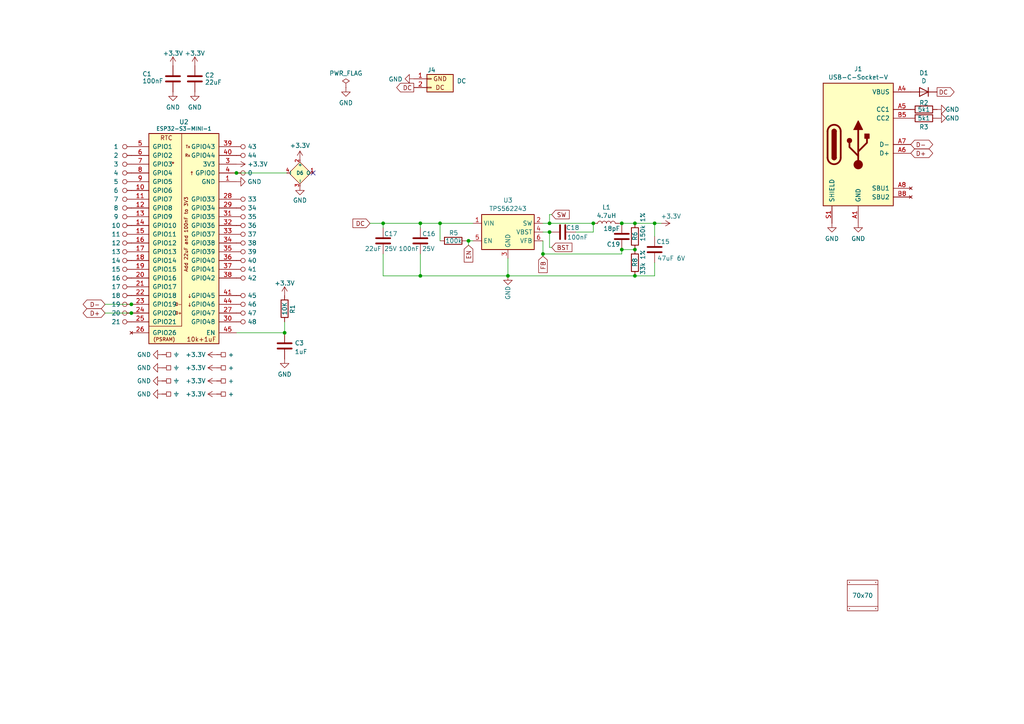
<source format=kicad_sch>
(kicad_sch (version 20250114) (generator "eeschema") (generator_version "9.0")
  (paper "A4")
  (title_block (title "Generic S3") (rev "1") (comment 1 "@TheRealRevK") (comment 2 "www.me.uk"))
  (lib_symbols
    (symbol "Device:C" (pin_numbers (hide yes)) (pin_names (offset 0.254))
      (property "Reference" "C" (at 0.635 2.54 0))
      (property "Value" "C" (at 0.635 -2.54 0))
      (symbol "C_0_1"
        (polyline (pts (xy -2.032 0.762) (xy 2.032 0.762)) (stroke (width 0.508)))
        (polyline (pts (xy -2.032 -0.762) (xy 2.032 -0.762)) (stroke (width 0.508)))
      )
      (symbol "C_1_1"
        (pin passive line (at 0 3.81 270) (length 2.794) (name "~") (number "1"))
        (pin passive line (at 0 -3.81 90) (length 2.794) (name "~") (number "2"))
      )
    )
    (symbol "Device:D" (pin_numbers (hide yes)) (pin_names (offset 1.016) (hide yes))
      (property "Reference" "D" (at 0 2.54 0))
      (property "Value" "D" (at 0 -2.54 0))
      (symbol "D_0_1"
        (polyline (pts (xy -1.27 1.27) (xy -1.27 -1.27)) (stroke (width 0.254)))
        (polyline (pts (xy 1.27 1.27) (xy 1.27 -1.27) (xy -1.27 0) (xy 1.27 1.27)) (stroke (width 0.254)))
        (polyline (pts (xy 1.27 0) (xy -1.27 0)))
      )
      (symbol "D_1_1"
        (pin passive line (at -3.81 0 0) (length 2.54) (name "K") (number "1"))
        (pin passive line (at 3.81 0 180) (length 2.54) (name "A") (number "2"))
      )
    )
    (symbol "Device:L" (pin_numbers (hide yes)) (pin_names (offset 1.016) (hide yes))
      (property "Reference" "L" (at -1.27 0 90))
      (property "Value" "L" (at 1.905 0 90))
      (symbol "L_0_1"
        (arc (start 0 2.54) (mid 0.6323 1.905) (end 0 1.27))
        (arc (start 0 1.27) (mid 0.6323 0.635) (end 0 0))
        (arc (start 0 0) (mid 0.6323 -0.635) (end 0 -1.27))
        (arc (start 0 -1.27) (mid 0.6323 -1.905) (end 0 -2.54))
      )
      (symbol "L_1_1"
        (pin passive line (at 0 3.81 270) (length 1.27) (name "1") (number "1"))
        (pin passive line (at 0 -3.81 90) (length 1.27) (name "2") (number "2"))
      )
    )
    (symbol "Device:R" (pin_numbers (hide yes)) (pin_names (offset 0))
      (property "Reference" "R" (at 2.032 0 90))
      (property "Value" "R" (at 0 0 90))
      (symbol "R_0_1"
        (rectangle (start -1.016 -2.54) (end 1.016 2.54) (stroke (width 0.254)))
      )
      (symbol "R_1_1"
        (pin passive line (at 0 3.81 270) (length 1.27) (name "~") (number "1"))
        (pin passive line (at 0 -3.81 90) (length 1.27) (name "~") (number "2"))
      )
    )
    (symbol "RevK:ESP32-S3-MINI-1-N4R2" (pin_names (offset 1.016))
      (property "Reference" "U" (at 9.525 28.575 0))
      (property "Value" "ESP32-S3-MINI-1-N4R2" (at 0 31.115 0))
      (symbol "ESP32-S3-MINI-1-N4R2_0_0"
        (rectangle (start -10.16 30.48) (end 10.16 -30.48) (stroke (width 0.254)) (fill (type background)))
      )
      (symbol "ESP32-S3-MINI-1-N4R2_1_1"
        (polyline (pts (xy -10.16 -25.4) (xy -0.635 -25.4)))
        (polyline (pts (xy -0.635 30.48) (xy -0.635 -25.4)))
        (text "(PSRAM)" (at -5.715 -29.21 0) (effects (font (size 1 1))))
        (text "RTC" (at -5.08 29.21 0) (effects (font (size 1.27 1.27))))
        (text "*" (at -3.175 21.59 0) (effects (font (size 1.27 1.27))))
        (text "D-" (at -2.54 -19.05 0) (effects (font (size 0.8 0.8)) (justify left)))
        (text "D+" (at -2.54 -21.59 0) (effects (font (size 0.8 0.8)) (justify left)))
        (text "Add 22uF and 100nF to 3V3" (at 0.635 1.27 900) (effects (font (size 1 1))))
        (text "Tx" (at 1.905 26.67 0) (effects (font (size 0.8 0.8)) (justify right)))
        (text "Rx" (at 1.905 24.13 0) (effects (font (size 0.8 0.8)) (justify right)))
        (text "↓" (at 2.54 -16.51 0) (effects (font (size 1.27 1.27)) (justify right)))
        (text "↓" (at 2.54 -19.05 0) (effects (font (size 1.27 1.27)) (justify right)))
        (text "↑" (at 3.175 19.05 0) (effects (font (size 1.27 1.27)) (justify right)))
        (text "10k+1uF" (at 5.08 -29.21 0) (effects (font (size 1.27 1.27))))
        (pin passive line (at -15.24 26.67 0) (length 5.08) (name "GPIO1") (number "5"))
        (pin passive line (at -15.24 24.13 0) (length 5.08) (name "GPIO2") (number "6"))
        (pin passive line (at -15.24 21.59 0) (length 5.08) (name "GPIO3") (number "7"))
        (pin passive line (at -15.24 19.05 0) (length 5.08) (name "GPIO4") (number "8"))
        (pin passive line (at -15.24 16.51 0) (length 5.08) (name "GPIO5") (number "9"))
        (pin passive line (at -15.24 13.97 0) (length 5.08) (name "GPIO6") (number "10"))
        (pin passive line (at -15.24 11.43 0) (length 5.08) (name "GPIO7") (number "11"))
        (pin passive line (at -15.24 8.89 0) (length 5.08) (name "GPIO8") (number "12"))
        (pin passive line (at -15.24 6.35 0) (length 5.08) (name "GPIO9") (number "13"))
        (pin passive line (at -15.24 3.81 0) (length 5.08) (name "GPIO10") (number "14"))
        (pin passive line (at -15.24 1.27 0) (length 5.08) (name "GPIO11") (number "15"))
        (pin passive line (at -15.24 -1.27 0) (length 5.08) (name "GPIO12") (number "16"))
        (pin passive line (at -15.24 -3.81 0) (length 5.08) (name "GPIO13") (number "17"))
        (pin passive line (at -15.24 -6.35 0) (length 5.08) (name "GPIO14") (number "18"))
        (pin passive line (at -15.24 -8.89 0) (length 5.08) (name "GPIO15") (number "19"))
        (pin passive line (at -15.24 -11.43 0) (length 5.08) (name "GPIO16") (number "20"))
        (pin passive line (at -15.24 -13.97 0) (length 5.08) (name "GPIO17") (number "21"))
        (pin passive line (at -15.24 -16.51 0) (length 5.08) (name "GPIO18") (number "22"))
        (pin passive line (at -15.24 -19.05 0) (length 5.08) (name "GPIO19") (number "23"))
        (pin passive line (at -15.24 -21.59 0) (length 5.08) (name "GPIO20") (number "24"))
        (pin passive line (at -15.24 -24.13 0) (length 5.08) (name "GPIO21") (number "25"))
        (pin no_connect line (at -15.24 -27.305 0) (length 5.08) (name "GPIO26") (number "26"))
        (pin passive line (at 15.24 26.67 180) (length 5.08) (name "GPIO43") (number "39"))
        (pin passive line (at 15.24 24.13 180) (length 5.08) (name "GPIO44") (number "40"))
        (pin power_in line (at 15.24 21.59 180) (length 5.08) (name "3V3") (number "3"))
        (pin passive line (at 15.24 19.05 180) (length 5.08) (name "GPIO0") (number "4"))
        (pin power_in line (at 15.24 16.51 180) (length 5.08) (name "GND") (number "1"))
        (pin power_in line (at 15.24 16.51 180) (length 5.08) (hide yes) (name "GND") (number "2"))
        (pin power_in line (at 15.24 16.51 180) (length 5.08) (hide yes) (name "GND") (number "42"))
        (pin power_in line (at 15.24 16.51 180) (length 5.08) (hide yes) (name "GND") (number "43"))
        (pin power_in line (at 15.24 16.51 180) (length 5.08) (hide yes) (name "GND") (number "46"))
        (pin power_in line (at 15.24 16.51 180) (length 5.08) (hide yes) (name "GND") (number "47"))
        (pin power_in line (at 15.24 16.51 180) (length 5.08) (hide yes) (name "GND") (number "48"))
        (pin power_in line (at 15.24 16.51 180) (length 5.08) (hide yes) (name "GND") (number "49"))
        (pin power_in line (at 15.24 16.51 180) (length 5.08) (hide yes) (name "GND") (number "50"))
        (pin power_in line (at 15.24 16.51 180) (length 5.08) (hide yes) (name "GND") (number "51"))
        (pin power_in line (at 15.24 16.51 180) (length 5.08) (hide yes) (name "GND") (number "52"))
        (pin power_in line (at 15.24 16.51 180) (length 5.08) (hide yes) (name "GND") (number "53"))
        (pin power_in line (at 15.24 16.51 180) (length 5.08) (hide yes) (name "GND") (number "54"))
        (pin power_in line (at 15.24 16.51 180) (length 5.08) (hide yes) (name "GND") (number "55"))
        (pin power_in line (at 15.24 16.51 180) (length 5.08) (hide yes) (name "GND") (number "56"))
        (pin power_in line (at 15.24 16.51 180) (length 5.08) (hide yes) (name "GND") (number "57"))
        (pin power_in line (at 15.24 16.51 180) (length 5.08) (hide yes) (name "GND") (number "58"))
        (pin power_in line (at 15.24 16.51 180) (length 5.08) (hide yes) (name "GND") (number "59"))
        (pin power_in line (at 15.24 16.51 180) (length 5.08) (hide yes) (name "GND") (number "60"))
        (pin power_in line (at 15.24 16.51 180) (length 5.08) (hide yes) (name "GND") (number "61"))
        (pin power_in line (at 15.24 16.51 180) (length 5.08) (hide yes) (name "GND") (number "62"))
        (pin power_in line (at 15.24 16.51 180) (length 5.08) (hide yes) (name "GND") (number "63"))
        (pin power_in line (at 15.24 16.51 180) (length 5.08) (hide yes) (name "GND") (number "64"))
        (pin power_in line (at 15.24 16.51 180) (length 5.08) (hide yes) (name "GND") (number "65"))
        (pin passive line (at 15.24 11.43 180) (length 5.08) (name "GPIO33") (number "28"))
        (pin passive line (at 15.24 8.89 180) (length 5.08) (name "GPIO34") (number "29"))
        (pin passive line (at 15.24 6.35 180) (length 5.08) (name "GPIO35") (number "31"))
        (pin passive line (at 15.24 3.81 180) (length 5.08) (name "GPIO36") (number "32"))
        (pin passive line (at 15.24 1.27 180) (length 5.08) (name "GPIO37") (number "33"))
        (pin passive line (at 15.24 -1.27 180) (length 5.08) (name "GPIO38") (number "34"))
        (pin passive line (at 15.24 -3.81 180) (length 5.08) (name "GPIO39") (number "35"))
        (pin passive line (at 15.24 -6.35 180) (length 5.08) (name "GPIO40") (number "36"))
        (pin passive line (at 15.24 -8.89 180) (length 5.08) (name "GPIO41") (number "37"))
        (pin passive line (at 15.24 -11.43 180) (length 5.08) (name "GPIO42") (number "38"))
        (pin passive line (at 15.24 -16.51 180) (length 5.08) (name "GPIO45") (number "41"))
        (pin passive line (at 15.24 -19.05 180) (length 5.08) (name "GPIO46") (number "44"))
        (pin passive line (at 15.24 -21.59 180) (length 5.08) (name "GPIO47") (number "27"))
        (pin passive line (at 15.24 -24.13 180) (length 5.08) (name "GPIO48") (number "30"))
        (pin input line (at 15.24 -27.305 180) (length 5.08) (name "EN") (number "45"))
      )
    )
    (symbol "RevK:PCB" (in_bom no)
      (property "Value" "XxY" (at 0 0 0))
      (symbol "PCB_0_1"
        (rectangle (start -4.445 4.445) (end 4.445 -4.445))
        (circle (center -3.81 3.81) (radius 0.0001))
        (circle (center -3.81 -3.81) (radius 0.0001))
        (circle (center 3.81 3.81) (radius 0.0001))
        (circle (center 3.81 -3.81) (radius 0.0001))
      )
    )
    (symbol "RevK:PowerIn" (pin_names (offset 1.016) (hide yes))
      (property "Reference" "J" (at 0 2.54 0))
      (property "Value" "PowerIn" (at 2.54 -5.08 0))
      (symbol "PowerIn_0_0"
        (text "GND" (at 2.54 0 0) (effects (font (size 1.27 1.27))))
        (text "DC" (at 2.54 -2.54 0) (effects (font (size 1.27 1.27))))
      )
      (symbol "PowerIn_1_1"
        (rectangle (start -1.27 1.27) (end 6.35 -3.81) (stroke (width 0.254)) (fill (type background)))
        (rectangle (start -1.27 0.127) (end 0 -0.127) (stroke (width 0.1524)))
        (rectangle (start -1.27 -2.413) (end 0 -2.667) (stroke (width 0.1524)))
        (pin passive line (at -5.08 0 0) (length 3.81) (name "GND") (number "1"))
        (pin power_out line (at -5.08 -2.54 0) (length 3.81) (name "DC") (number "2"))
      )
    )
    (symbol "RevK:Round" (in_bom no)
      (property "Value" "Round" (at 2.54 0 0))
      (symbol "Round_0_1"
        (circle (center 1.905 0) (radius 0.635) (stroke (width 0.1524)))
      )
      (symbol "Round_1_1"
        (pin bidirectional line (at 0 0 0) (length 1.27) (name "P") (number "1"))
      )
    )
    (symbol "RevK:Square" (in_bom no)
      (property "Value" "Square" (at 2.54 0 0))
      (symbol "Square_0_1"
        (rectangle (start 1.27 0.635) (end 2.54 -0.635) (stroke (width 0.1524)))
      )
      (symbol "Square_1_1"
        (pin passive line (at 0 0 0) (length 1.27) (name "P") (number "1"))
      )
    )
    (symbol "RevK:TPS562243"
      (property "Reference" "U" (at -7.62 6.35 0))
      (property "Value" "TPS562243" (at -2.54 6.35 0))
      (symbol "TPS562243_0_1"
        (rectangle (start -7.62 5.08) (end 7.62 -5.08) (stroke (width 0.254)) (fill (type background)))
      )
      (symbol "TPS562243_1_1"
        (pin power_in line (at -10.16 2.54 0) (length 2.54) (name "VIN") (number "1"))
        (pin input line (at -10.16 -2.54 0) (length 2.54) (name "EN") (number "5"))
        (pin power_in line (at 0 -7.62 90) (length 2.54) (name "GND") (number "3"))
        (pin output line (at 10.16 2.54 180) (length 2.54) (name "SW") (number "2"))
        (pin passive line (at 10.16 0 180) (length 2.54) (name "VBST") (number "4"))
        (pin input line (at 10.16 -2.54 180) (length 2.54) (name "VFB") (number "6"))
      )
    )
    (symbol "RevK:USB-C-Socket-H" (pin_names (offset 1.016))
      (property "Reference" "J" (at -10.16 19.05 0))
      (property "Value" "USB-C-Socket-V" (at 0.635 12.7 0))
      (symbol "USB-C-Socket-H_0_1"
        (rectangle (start -10.16 17.78) (end 10.16 -17.78) (stroke (width 0.254)) (fill (type background)))
        (polyline (pts (xy -8.89 -3.81) (xy -8.89 3.81)) (stroke (width 0.508)))
        (rectangle (start -7.62 -3.81) (end -6.35 3.81) (stroke (width 0.254)) (fill (type outline)))
        (arc (start -7.62 3.81) (mid -6.985 4.4423) (end -6.35 3.81) (stroke (width 0.254)))
        (arc (start -7.62 3.81) (mid -6.985 4.4423) (end -6.35 3.81) (stroke (width 0.254)) (fill (type outline)))
        (arc (start -8.89 3.81) (mid -6.985 5.7067) (end -5.08 3.81) (stroke (width 0.508)))
        (arc (start -5.08 -3.81) (mid -6.985 -5.7067) (end -8.89 -3.81) (stroke (width 0.508)))
        (arc (start -6.35 -3.81) (mid -6.985 -4.4423) (end -7.62 -3.81) (stroke (width 0.254)))
        (arc (start -6.35 -3.81) (mid -6.985 -4.4423) (end -7.62 -3.81) (stroke (width 0.254)) (fill (type outline)))
        (polyline (pts (xy -5.08 3.81) (xy -5.08 -3.81)) (stroke (width 0.508)))
        (circle (center -2.54 1.143) (radius 0.635) (stroke (width 0.254)) (fill (type outline)))
        (polyline (pts (xy -1.27 4.318) (xy 0 6.858) (xy 1.27 4.318) (xy -1.27 4.318)) (stroke (width 0.254)) (fill (type outline)))
        (polyline (pts (xy 0 -2.032) (xy 2.54 0.508) (xy 2.54 1.778)) (stroke (width 0.508)))
        (polyline (pts (xy 0 -3.302) (xy -2.54 -0.762) (xy -2.54 0.508)) (stroke (width 0.508)))
        (polyline (pts (xy 0 -5.842) (xy 0 4.318)) (stroke (width 0.508)))
        (circle (center 0 -5.842) (radius 1.27) (fill (type outline)))
        (rectangle (start 1.905 1.778) (end 3.175 3.048) (stroke (width 0.254)) (fill (type outline)))
      )
      (symbol "USB-C-Socket-H_1_1"
        (pin passive line (at -7.62 -22.86 90) (length 5.08) (name "SHIELD") (number "S1"))
        (pin passive line (at 0 -22.86 90) (length 5.08) (name "GND") (number "A1"))
        (pin passive line (at 0 -22.86 90) (length 5.08) (hide yes) (name "GND") (number "A12"))
        (pin passive line (at 0 -22.86 90) (length 5.08) (hide yes) (name "GND") (number "B1"))
        (pin passive line (at 0 -22.86 90) (length 5.08) (hide yes) (name "GND") (number "B12"))
        (pin passive line (at 15.24 15.24 180) (length 5.08) (name "VBUS") (number "A4"))
        (pin passive line (at 15.24 15.24 180) (length 5.08) (hide yes) (name "VBUS") (number "A9"))
        (pin passive line (at 15.24 15.24 180) (length 5.08) (hide yes) (name "VBUS") (number "B4"))
        (pin passive line (at 15.24 15.24 180) (length 5.08) (hide yes) (name "VBUS") (number "B9"))
        (pin bidirectional line (at 15.24 10.16 180) (length 5.08) (name "CC1") (number "A5"))
        (pin bidirectional line (at 15.24 7.62 180) (length 5.08) (name "CC2") (number "B5"))
        (pin bidirectional line (at 15.24 0 180) (length 5.08) (name "D-") (number "A7"))
        (pin bidirectional line (at 15.24 0 180) (length 5.08) (hide yes) (name "D-") (number "B7"))
        (pin bidirectional line (at 15.24 -2.54 180) (length 5.08) (name "D+") (number "A6"))
        (pin bidirectional line (at 15.24 -2.54 180) (length 5.08) (hide yes) (name "D+") (number "B6"))
        (pin no_connect line (at 15.24 -12.7 180) (length 5.08) (name "SBU1") (number "A8"))
        (pin no_connect line (at 15.24 -15.24 180) (length 5.08) (name "SBU2") (number "B8"))
      )
    )
    (symbol "RevK:VCUT" (in_bom no)
      (symbol "VCUT_0_1"
        (polyline (pts (xy -4.445 0) (xy 4.445 0)))
      )
    )
    (symbol "RevK:WS2812B-1mm" (pin_names (offset 0.254))
      (property "Reference" "D" (at 0 0 0))
      (symbol "WS2812B-1mm_1_1"
        (polyline (pts (xy 0 3.175) (xy 3.175 0) (xy 0 -3.175) (xy -3.175 0) (xy 0 3.175)) (fill (type background)))
        (pin input line (at -3.81 0 0) (length 0.5) (name "I") (number "4"))
        (pin power_in line (at 0 3.81 270) (length 0.5) (name "-") (number "3"))
        (pin power_in line (at 0 -3.81 90) (length 0.5) (name "+") (number "2"))
        (pin output line (at 3.81 0 180) (length 0.5) (name "O") (number "1"))
      )
    )
    (symbol "power:+3.3V" (power) (pin_names (offset 0))
      (property "Value" "+3.3V" (at 0 3.556 0))
      (symbol "+3.3V_0_1"
        (polyline (pts (xy -0.762 1.27) (xy 0 2.54)))
        (polyline (pts (xy 0 2.54) (xy 0.762 1.27)))
        (polyline (pts (xy 0 0) (xy 0 2.54)))
      )
      (symbol "+3.3V_1_1"
        (pin power_in line (at 0 0 90) (length 0) (hide yes) (name "+3.3V") (number "1"))
      )
    )
    (symbol "power:GND" (power) (pin_names (offset 0))
      (property "Value" "GND" (at 0 -3.81 0))
      (symbol "GND_0_1"
        (polyline (pts (xy 0 0) (xy 0 -1.27) (xy 1.27 -1.27) (xy 0 -2.54) (xy -1.27 -1.27) (xy 0 -1.27)))
      )
      (symbol "GND_1_1"
        (pin power_in line (at 0 0 270) (length 0) (hide yes) (name "GND") (number "1"))
      )
    )
    (symbol "power:PWR_FLAG" (power) (pin_numbers (hide yes)) (pin_names (offset 0) (hide yes))
      (property "Value" "PWR_FLAG" (at 0 3.81 0))
      (symbol "PWR_FLAG_0_0"
        (pin power_out line (at 0 0 90) (length 0) (name "pwr") (number "1"))
      )
      (symbol "PWR_FLAG_0_1"
        (polyline (pts (xy 0 0) (xy 0 1.27) (xy -1.016 1.905) (xy 0 2.54) (xy 1.016 1.905) (xy 0 1.27)))
      )
    )
  )
  (junction (at 68.58 50.165))
  (junction (at 127.635 64.77))
  (junction (at 184.15 64.77))
  (junction (at 38.1 88.265))
  (junction (at 157.48 73.66))
  (junction (at 184.15 72.39))
  (junction (at 121.92 64.77))
  (junction (at 38.1 90.805))
  (junction (at 111.125 64.77))
  (junction (at 180.34 72.39))
  (junction (at 82.55 96.52))
  (junction (at 180.34 64.77))
  (junction (at 147.32 80.01))
  (junction (at 184.15 80.01))
  (junction (at 135.89 69.85))
  (junction (at 159.385 67.31))
  (junction (at 121.92 80.01))
  (junction (at 189.865 64.77))
  (junction (at 159.385 64.77))
  (junction (at 172.085 64.77))
  (no_connect (at 90.805 50.165))
  (wire (pts (xy 159.385 64.77) (xy 172.085 64.77)))
  (wire (pts (xy 157.48 64.77) (xy 159.385 64.77)))
  (wire (pts (xy 157.48 69.85) (xy 157.48 73.66)))
  (wire (pts (xy 111.125 64.77) (xy 121.92 64.77)))
  (wire (pts (xy 127.635 64.77) (xy 137.16 64.77)))
  (wire (pts (xy 30.48 88.265) (xy 38.1 88.265)))
  (wire (pts (xy 147.32 80.01) (xy 184.15 80.01)))
  (wire (pts (xy 121.92 80.01) (xy 111.125 80.01)))
  (wire (pts (xy 157.48 73.66) (xy 180.34 73.66)))
  (wire (pts (xy 135.255 69.85) (xy 135.89 69.85)))
  (wire (pts (xy 180.34 64.77) (xy 184.15 64.77)))
  (wire (pts (xy 180.34 73.66) (xy 180.34 72.39)))
  (wire (pts (xy 189.865 80.01) (xy 189.865 76.2)))
  (wire (pts (xy 82.55 93.345) (xy 82.55 96.52)))
  (wire (pts (xy 160.02 62.23) (xy 159.385 62.23)))
  (wire (pts (xy 189.865 64.77) (xy 191.77 64.77)))
  (wire (pts (xy 121.92 64.77) (xy 127.635 64.77)))
  (wire (pts (xy 184.15 80.01) (xy 189.865 80.01)))
  (wire (pts (xy 180.34 72.39) (xy 184.15 72.39)))
  (wire (pts (xy 147.32 80.01) (xy 121.92 80.01)))
  (wire (pts (xy 107.315 64.77) (xy 111.125 64.77)))
  (wire (pts (xy 159.385 62.23) (xy 159.385 64.77)))
  (wire (pts (xy 68.58 50.165) (xy 83.185 50.165)))
  (wire (pts (xy 172.085 67.31) (xy 167.005 67.31)))
  (wire (pts (xy 135.89 69.85) (xy 137.16 69.85)))
  (wire (pts (xy 30.48 90.805) (xy 38.1 90.805)))
  (wire (pts (xy 135.89 71.12) (xy 135.89 69.85)))
  (wire (pts (xy 184.15 64.77) (xy 189.865 64.77)))
  (wire (pts (xy 147.32 80.01) (xy 147.32 74.93)))
  (wire (pts (xy 189.865 64.77) (xy 189.865 68.58)))
  (wire (pts (xy 179.705 64.77) (xy 180.34 64.77)))
  (wire (pts (xy 121.92 73.66) (xy 121.92 80.01)))
  (wire (pts (xy 159.385 67.31) (xy 159.385 71.755)))
  (wire (pts (xy 159.385 71.755) (xy 160.02 71.755)))
  (wire (pts (xy 111.125 80.01) (xy 111.125 73.66)))
  (wire (pts (xy 121.92 64.77) (xy 121.92 66.04)))
  (wire (pts (xy 172.085 64.77) (xy 172.085 67.31)))
  (wire (pts (xy 127.635 64.77) (xy 127.635 69.85)))
  (wire (pts (xy 157.48 67.31) (xy 159.385 67.31)))
  (wire (pts (xy 111.125 64.77) (xy 111.125 66.04)))
  (wire (pts (xy 68.58 96.52) (xy 82.55 96.52)))
  (wire (pts (xy 157.48 73.66) (xy 157.48 74.295)))
  (global_label "DC" (shape input) (at 107.315 64.77 180) (property "Intersheetrefs" "${INTERSHEET_REFS}" (effects (hide yes))))
  (global_label "BST" (shape input) (at 160.02 71.755 0) (property "Intersheetrefs" "${INTERSHEET_REFS}" (effects (hide yes))))
  (global_label "D+" (shape bidirectional) (at 30.48 90.805 180) (property "Intersheetrefs" "${INTERSHEET_REFS}" (effects (hide yes))))
  (global_label "DC" (shape output) (at 271.78 26.67 0) (property "Intersheetrefs" "${INTERSHEET_REFS}" (effects (hide yes))))
  (global_label "D+" (shape bidirectional) (at 264.16 44.45 0) (property "Intersheetrefs" "${INTERSHEET_REFS}" (effects (hide yes))))
  (global_label "SW" (shape input) (at 160.02 62.23 0) (property "Intersheetrefs" "${INTERSHEET_REFS}" (effects (hide yes))))
  (global_label "D-" (shape bidirectional) (at 264.16 41.91 0) (property "Intersheetrefs" "${INTERSHEET_REFS}" (effects (hide yes))))
  (global_label "D-" (shape bidirectional) (at 30.48 88.265 180) (property "Intersheetrefs" "${INTERSHEET_REFS}" (effects (hide yes))))
  (global_label "DC" (shape output) (at 120.015 25.4 180) (property "Intersheetrefs" "${INTERSHEET_REFS}" (effects (hide yes))))
  (global_label "EN" (shape input) (at 135.89 71.12 270) (property "Intersheetrefs" "${INTERSHEET_REFS}" (effects (hide yes))))
  (global_label "FB" (shape input) (at 157.48 74.295 270) (property "Intersheetrefs" "${INTERSHEET_REFS}" (effects (hide yes))))
  (symbol (lib_id "RevK:Round") (at 68.58 90.805 0) (unit 1) (in_bom no)
    (property "Reference" "P13" (effects (hide yes)))
    (property "Value" "47" (at 71.8312 90.805 0) (effects (justify left)))
    (property "Footprint" "RevK:Round" (effects (hide yes)))
  )
  (symbol (lib_id "RevK:Round") (at 38.1 70.485 180) (unit 1) (in_bom no)
    (property "Reference" "P28" (effects (hide yes)))
    (property "Value" "12" (at 33.655 70.485 0))
    (property "Footprint" "RevK:Round" (effects (hide yes)))
  )
  (symbol (lib_id "RevK:Square") (at 46.99 114.3 0) (unit 1) (in_bom no)
    (property "Reference" "P42" (effects (hide yes)))
    (property "Value" "⏚" (at 50.2412 114.3 0) (effects (justify left)))
    (property "Footprint" "RevK:Square" (effects (hide yes)))
  )
  (symbol (lib_id "RevK:Round") (at 68.58 45.085 0) (unit 1) (in_bom no)
    (property "Reference" "P37" (effects (hide yes)))
    (property "Value" "44" (at 71.8312 45.085 0) (effects (justify left)))
    (property "Footprint" "RevK:Round" (effects (hide yes)))
  )
  (symbol (lib_id "RevK:Round") (at 68.58 70.485 0) (unit 1) (in_bom no)
    (property "Reference" "P6" (effects (hide yes)))
    (property "Value" "38" (at 71.8312 70.485 0) (effects (justify left)))
    (property "Footprint" "RevK:Round" (effects (hide yes)))
  )
  (symbol (lib_id "RevK:TPS562243") (at 147.32 67.31 0) (unit 1)
    (property "Reference" "U3" (at 147.32 58.0855 0))
    (property "Value" "TPS562243" (at 147.32 60.5098 0))
    (property "Footprint" "RevK:SOT-563" (effects (hide yes)))
    (property "Datasheet" "https://www.ti.com/lit/gpn/tps562243" (effects (hide yes)))
    (property "Description" "2A Synchronous Step-Down Voltage Regulator 580kHz, adjustable output voltage, 4.5-17V Input Voltage, 0.804V-7V Output Voltage, SOT-563" (effects (hide yes)))
    (property "MPN" "C42295941" (effects (hide yes)))
    (property "Rotation Offset" "-90" (effects (hide yes)))
  )
  (symbol (lib_id "RevK:Round") (at 38.1 90.805 180) (unit 1) (in_bom no)
    (property "Reference" "P25" (effects (hide yes)))
    (property "Value" "20" (at 33.655 90.805 0))
    (property "Footprint" "RevK:Round" (effects (hide yes)))
  )
  (symbol (lib_id "RevK:Round") (at 68.58 42.545 0) (unit 1) (in_bom no)
    (property "Reference" "P36" (effects (hide yes)))
    (property "Value" "43" (at 71.8312 42.545 0) (effects (justify left)))
    (property "Footprint" "RevK:Round" (effects (hide yes)))
  )
  (symbol (lib_id "power:GND") (at 241.3 64.77 0) (unit 1)
    (property "Reference" "#PWR06" (effects (hide yes)))
    (property "Value" "GND" (at 241.3 69.2134 0))
  )
  (symbol (lib_id "RevK:Round") (at 38.1 85.725 180) (unit 1) (in_bom no)
    (property "Reference" "P15" (effects (hide yes)))
    (property "Value" "18" (at 33.655 85.725 0))
    (property "Footprint" "RevK:Round" (effects (hide yes)))
  )
  (symbol (lib_id "Device:R") (at 184.15 68.58 0) (unit 1)
    (property "Reference" "R6" (at 184.15 69.85 90) (effects (justify left)))
    (property "Value" "150k 1%" (at 186.436 70.104 90) (effects (justify left)))
    (property "Footprint" "RevK:R_0201" (effects (hide yes)))
    (property "Description" "Resistor" (effects (hide yes)))
    (property "MPN" "C310173" (effects (hide yes)))
  )
  (symbol (lib_id "power:+3.3V") (at 82.55 85.725 0) (unit 1)
    (property "Reference" "#PWR0106" (effects (hide yes)))
    (property "Value" "+3.3V" (at 82.55 82.1492 0))
  )
  (symbol (lib_id "power:GND") (at 271.78 31.75 90) (unit 1)
    (property "Reference" "#PWR014" (effects (hide yes)))
    (property "Value" "GND" (at 276.2234 31.75 90))
  )
  (symbol (lib_id "RevK:USB-C-Socket-H") (at 248.92 41.91 0) (unit 1)
    (property "Reference" "J1" (at 248.92 19.9857 0))
    (property "Value" "USB-C-Socket-V" (at 248.92 22.4099 0))
    (property "Footprint" "RevK:USB-C-Socket-H" (effects (hide yes)))
    (property "MPN" "C709357" (effects (hide yes)))
  )
  (symbol (lib_id "power:GND") (at 100.33 25.4 0) (unit 1)
    (property "Reference" "#PWR024" (effects (hide yes)))
    (property "Value" "GND" (at 100.33 29.8434 0))
  )
  (symbol (lib_id "RevK:Round") (at 38.1 83.185 180) (unit 1) (in_bom no)
    (property "Reference" "P20" (effects (hide yes)))
    (property "Value" "17" (at 33.655 83.185 0))
    (property "Footprint" "RevK:Round" (effects (hide yes)))
  )
  (symbol (lib_id "RevK:Round") (at 68.58 73.025 0) (unit 1) (in_bom no)
    (property "Reference" "P7" (effects (hide yes)))
    (property "Value" "39" (at 71.8312 73.025 0) (effects (justify left)))
    (property "Footprint" "RevK:Round" (effects (hide yes)))
  )
  (symbol (lib_id "RevK:Round") (at 68.58 85.725 0) (unit 1) (in_bom no)
    (property "Reference" "P11" (effects (hide yes)))
    (property "Value" "45" (at 71.8312 85.725 0) (effects (justify left)))
    (property "Footprint" "RevK:Round" (effects (hide yes)))
  )
  (symbol (lib_id "Device:C") (at 121.92 69.85 0) (unit 1)
    (property "Reference" "C16" (at 122.428 67.818 0) (effects (justify left)))
    (property "Value" "100nF 25V" (at 115.57 72.136 0) (effects (justify left)))
    (property "Footprint" "RevK:C_0402" (effects (hide yes)))
    (property "Description" "Unpolarized capacitor" (effects (hide yes)))
    (property "MPN" "C56392" (effects (hide yes)))
  )
  (symbol (lib_id "RevK:Square") (at 62.865 114.3 0) (unit 1) (in_bom no)
    (property "Reference" "P46" (effects (hide yes)))
    (property "Value" "+" (at 66.1162 114.3 0) (effects (justify left)))
    (property "Footprint" "RevK:Square" (effects (hide yes)))
  )
  (symbol (lib_id "RevK:Square") (at 46.99 110.49 0) (unit 1) (in_bom no)
    (property "Reference" "P41" (effects (hide yes)))
    (property "Value" "⏚" (at 50.2412 110.49 0) (effects (justify left)))
    (property "Footprint" "RevK:Square" (effects (hide yes)))
  )
  (symbol (lib_id "RevK:VCUT") (at 250.19 175.895 0) (unit 1) (exclude_from_sim yes) (in_bom no)
    (property "Reference" "V2" (effects (hide yes)))
    (property "Value" "70" (effects (hide yes)))
    (property "Footprint" "RevK:VCUT70" (effects (hide yes)))
  )
  (symbol (lib_id "RevK:Round") (at 38.1 78.105 180) (unit 1) (in_bom no)
    (property "Reference" "P18" (effects (hide yes)))
    (property "Value" "15" (at 33.655 78.105 0))
    (property "Footprint" "RevK:Round" (effects (hide yes)))
  )
  (symbol (lib_id "RevK:WS2812B-1mm") (at 86.995 50.165 0) (mirror x) (unit 1)
    (property "Reference" "D6" (at 86.995 50.165 0) (effects (font (size 1 1))))
    (property "Value" "XL-1010RGBC-WS2812B" (effects (hide yes)))
    (property "Footprint" "RevK:SMD1010-Side2" (effects (hide yes)))
    (property "Datasheet" "https://datasheet.lcsc.com/lcsc/2301111010_XINGLIGHT-XL-1010RGBC-WS2812B_C5349953.pdf" (effects (hide yes)))
    (property "Description" "RGB LED with integrated controller" (effects (hide yes)))
    (property "MPN" "C5349953" (effects (hide yes)))
  )
  (symbol (lib_id "Device:R") (at 184.15 76.2 0) (unit 1)
    (property "Reference" "R8" (at 184.15 77.47 90) (effects (justify left)))
    (property "Value" "33k 1%" (at 186.436 79.756 90) (effects (justify left)))
    (property "Footprint" "RevK:R_0201" (effects (hide yes)))
    (property "Description" "Resistor" (effects (hide yes)))
    (property "MPN" "C320835" (effects (hide yes)))
  )
  (symbol (lib_id "Device:D") (at 267.97 26.67 180) (unit 1)
    (property "Reference" "D1" (at 267.97 21.1582 0))
    (property "Value" "D" (at 267.97 23.4696 0))
    (property "Footprint" "RevK:D_SOD-123" (effects (hide yes)))
    (property "MPN" "C1884542" (effects (hide yes)))
    (property "Sim.Device" "D" (effects (hide yes)))
    (property "Sim.Pins" "1=K 2=A" (effects (hide yes)))
  )
  (symbol (lib_id "RevK:Round") (at 38.1 65.405 180) (unit 1) (in_bom no)
    (property "Reference" "P26" (effects (hide yes)))
    (property "Value" "10" (at 33.655 65.405 0))
    (property "Footprint" "RevK:Round" (effects (hide yes)))
  )
  (symbol (lib_id "RevK:Round") (at 38.1 52.705 180) (unit 1) (in_bom no)
    (property "Reference" "P34" (effects (hide yes)))
    (property "Value" "5" (at 33.655 52.705 0))
    (property "Footprint" "RevK:Round" (effects (hide yes)))
  )
  (symbol (lib_id "Device:L") (at 175.895 64.77 90) (unit 1)
    (property "Reference" "L1" (at 175.895 60.1202 90))
    (property "Value" "4.7uH" (at 175.895 62.5445 90))
    (property "Footprint" "RevK:L_5x5" (effects (hide yes)))
    (property "Description" "Inductor" (effects (hide yes)))
    (property "MPN" "C307876" (effects (hide yes)))
  )
  (symbol (lib_id "RevK:Round") (at 68.58 93.345 0) (unit 1) (in_bom no)
    (property "Reference" "P14" (effects (hide yes)))
    (property "Value" "48" (at 71.8312 93.345 0) (effects (justify left)))
    (property "Footprint" "RevK:Round" (effects (hide yes)))
  )
  (symbol (lib_id "Device:R") (at 131.445 69.85 90) (unit 1)
    (property "Reference" "R5" (at 131.572 67.564 90))
    (property "Value" "100k" (at 131.572 69.85 90))
    (property "Footprint" "RevK:R_0201" (effects (hide yes)))
    (property "Description" "Resistor" (effects (hide yes)))
    (property "MPN" "C106224" (effects (hide yes)))
  )
  (symbol (lib_id "power:GND") (at 46.99 102.87 270) (unit 1)
    (property "Reference" "#PWR02" (effects (hide yes)))
    (property "Value" "GND" (at 43.8151 102.87 90) (effects (justify right)))
  )
  (symbol (lib_id "RevK:Round") (at 38.1 57.785 180) (unit 1) (in_bom no)
    (property "Reference" "P22" (effects (hide yes)))
    (property "Value" "7" (at 33.655 57.785 0))
    (property "Footprint" "RevK:Round" (effects (hide yes)))
  )
  (symbol (lib_id "Device:C") (at 82.55 100.33 0) (unit 1)
    (property "Reference" "C3" (at 85.471 99.4953 0) (effects (justify left)))
    (property "Value" "1uF" (at 85.471 102.0322 0) (effects (justify left)))
    (property "Footprint" "RevK:C_0201" (effects (hide yes)))
  )
  (symbol (lib_id "RevK:Square") (at 62.865 110.49 0) (unit 1) (in_bom no)
    (property "Reference" "P45" (effects (hide yes)))
    (property "Value" "+" (at 66.1162 110.49 0) (effects (justify left)))
    (property "Footprint" "RevK:Square" (effects (hide yes)))
  )
  (symbol (lib_id "power:+3.3V") (at 86.995 46.355 0) (unit 1)
    (property "Reference" "#PWR09" (effects (hide yes)))
    (property "Value" "+3.3V" (at 86.995 42.2219 0))
  )
  (symbol (lib_id "power:+3.3V") (at 191.77 64.77 270) (unit 1)
    (property "Reference" "#PWR027" (effects (hide yes)))
    (property "Value" "+3.3V" (at 191.643 62.738 90) (effects (justify left)))
    (property "Description" "Power symbol creates a global label with name \"+3.3V\"" (effects (hide yes)))
  )
  (symbol (lib_id "RevK:Round") (at 38.1 73.025 180) (unit 1) (in_bom no)
    (property "Reference" "P29" (effects (hide yes)))
    (property "Value" "13" (at 33.655 73.025 0))
    (property "Footprint" "RevK:Round" (effects (hide yes)))
  )
  (symbol (lib_id "power:GND") (at 46.99 106.68 270) (unit 1)
    (property "Reference" "#PWR05" (effects (hide yes)))
    (property "Value" "GND" (at 43.8151 106.68 90) (effects (justify right)))
  )
  (symbol (lib_id "RevK:VCUT") (at 250.19 169.545 0) (unit 1) (exclude_from_sim yes) (in_bom no)
    (property "Reference" "V1" (effects (hide yes)))
    (property "Value" "70" (effects (hide yes)))
    (property "Footprint" "RevK:VCUT70" (effects (hide yes)))
  )
  (symbol (lib_id "RevK:PowerIn") (at 125.095 22.86 0) (unit 1)
    (property "Reference" "J4" (at 126.365 20.32 0) (effects (justify right)))
    (property "Value" "DC" (at 135.255 23.495 0) (effects (justify right)))
    (property "Footprint" "RevK:WAGO-2060-452-998-404" (effects (hide yes)))
    (property "MPN" "C2765055" (effects (hide yes)))
  )
  (symbol (lib_id "RevK:Square") (at 62.865 106.68 0) (unit 1) (in_bom no)
    (property "Reference" "P44" (effects (hide yes)))
    (property "Value" "+" (at 66.1162 106.68 0) (effects (justify left)))
    (property "Footprint" "RevK:Square" (effects (hide yes)))
  )
  (symbol (lib_id "RevK:Round") (at 38.1 47.625 180) (unit 1) (in_bom no)
    (property "Reference" "P32" (effects (hide yes)))
    (property "Value" "3" (at 33.655 47.625 0))
    (property "Footprint" "RevK:Round" (effects (hide yes)))
  )
  (symbol (lib_id "power:GND") (at 50.165 26.67 0) (unit 1)
    (property "Reference" "#PWR011" (effects (hide yes)))
    (property "Value" "GND" (at 50.165 31.1134 0))
  )
  (symbol (lib_id "RevK:Round") (at 38.1 45.085 180) (unit 1) (in_bom no)
    (property "Reference" "P31" (effects (hide yes)))
    (property "Value" "2" (at 33.655 45.085 0))
    (property "Footprint" "RevK:Round" (effects (hide yes)))
  )
  (symbol (lib_id "power:GND") (at 86.995 53.975 0) (unit 1)
    (property "Reference" "#PWR010" (effects (hide yes)))
    (property "Value" "GND" (at 86.995 58.1081 0))
  )
  (symbol (lib_id "power:+3.3V") (at 56.515 19.05 0) (unit 1)
    (property "Reference" "#PWR012" (effects (hide yes)))
    (property "Value" "+3.3V" (at 56.515 15.4742 0))
  )
  (symbol (lib_id "power:GND") (at 46.99 110.49 270) (unit 1)
    (property "Reference" "#PWR015" (effects (hide yes)))
    (property "Value" "GND" (at 43.8151 110.49 90) (effects (justify right)))
  )
  (symbol (lib_id "RevK:Round") (at 68.58 75.565 0) (unit 1) (in_bom no)
    (property "Reference" "P8" (effects (hide yes)))
    (property "Value" "40" (at 71.8312 75.565 0) (effects (justify left)))
    (property "Footprint" "RevK:Round" (effects (hide yes)))
  )
  (symbol (lib_id "RevK:Round") (at 68.58 67.945 0) (unit 1) (in_bom no)
    (property "Reference" "P5" (effects (hide yes)))
    (property "Value" "37" (at 71.8312 67.945 0) (effects (justify left)))
    (property "Footprint" "RevK:Round" (effects (hide yes)))
  )
  (symbol (lib_id "Device:C") (at 56.515 22.86 0) (unit 1)
    (property "Reference" "C2" (at 59.436 21.836 0) (effects (justify left)))
    (property "Value" "22uF" (at 59.436 23.884 0) (effects (justify left)))
    (property "Footprint" "RevK:C_0402" (effects (hide yes)))
    (property "MPN" "C415703" (effects (hide yes)))
  )
  (symbol (lib_id "RevK:Round") (at 38.1 75.565 180) (unit 1) (in_bom no)
    (property "Reference" "P17" (effects (hide yes)))
    (property "Value" "14" (at 33.655 75.565 0))
    (property "Footprint" "RevK:Round" (effects (hide yes)))
  )
  (symbol (lib_id "RevK:Square") (at 62.865 102.87 0) (unit 1) (in_bom no)
    (property "Reference" "P43" (effects (hide yes)))
    (property "Value" "+" (at 66.1162 102.87 0) (effects (justify left)))
    (property "Footprint" "RevK:Square" (effects (hide yes)))
  )
  (symbol (lib_id "power:+3.3V") (at 62.865 110.49 90) (unit 1)
    (property "Reference" "#PWR020" (effects (hide yes)))
    (property "Value" "+3.3V" (at 59.69 110.49 90) (effects (justify left)))
  )
  (symbol (lib_id "RevK:PCB") (at 250.19 172.72 0) (unit 1) (in_bom no)
    (property "Reference" "PCB1" (effects (hide yes)))
    (property "Value" "70x70" (at 250.19 172.72 0))
    (property "Footprint" "RevK:PCB7070" (effects (hide yes)))
  )
  (symbol (lib_id "RevK:Round") (at 68.58 80.645 0) (unit 1) (in_bom no)
    (property "Reference" "P10" (effects (hide yes)))
    (property "Value" "42" (at 71.8312 80.645 0) (effects (justify left)))
    (property "Footprint" "RevK:Round" (effects (hide yes)))
  )
  (symbol (lib_id "RevK:Round") (at 68.58 65.405 0) (unit 1) (in_bom no)
    (property "Reference" "P4" (effects (hide yes)))
    (property "Value" "36" (at 71.8312 65.405 0) (effects (justify left)))
    (property "Footprint" "RevK:Round" (effects (hide yes)))
  )
  (symbol (lib_id "Device:C") (at 189.865 72.39 0) (unit 1)
    (property "Reference" "C15" (at 190.373 70.104 0) (effects (justify left)))
    (property "Value" "47uF 6V" (at 190.627 74.93 0) (effects (justify left)))
    (property "Footprint" "RevK:C_0805" (effects (hide yes)))
    (property "Description" "Unpolarized capacitor" (effects (hide yes)))
    (property "MPN" "C16780" (effects (hide yes)))
  )
  (symbol (lib_id "power:GND") (at 82.55 104.14 0) (unit 1)
    (property "Reference" "#PWR0105" (effects (hide yes)))
    (property "Value" "GND" (at 82.55 108.5834 0))
  )
  (symbol (lib_id "Device:C") (at 180.34 68.58 180) (unit 1)
    (property "Reference" "C19" (at 177.927 70.866 0))
    (property "Value" "18pF" (at 177.419 66.294 0))
    (property "Footprint" "RevK:C_0201" (effects (hide yes)))
    (property "Description" "Unpolarized capacitor" (effects (hide yes)))
    (property "MPN" "C62164" (effects (hide yes)))
  )
  (symbol (lib_id "RevK:Round") (at 68.58 50.165 0) (unit 1) (in_bom no)
    (property "Reference" "P38" (effects (hide yes)))
    (property "Value" "0" (at 71.8312 50.165 0) (effects (justify left)))
    (property "Footprint" "RevK:Round" (effects (hide yes)))
  )
  (symbol (lib_id "RevK:Square") (at 46.99 106.68 0) (unit 1) (in_bom no)
    (property "Reference" "P40" (effects (hide yes)))
    (property "Value" "⏚" (at 50.2412 106.68 0) (effects (justify left)))
    (property "Footprint" "RevK:Square" (effects (hide yes)))
  )
  (symbol (lib_id "power:GND") (at 147.32 80.01 0) (unit 1)
    (property "Reference" "#PWR0108" (effects (hide yes)))
    (property "Value" "GND" (at 147.32 86.995 90) (effects (justify left)))
    (property "Description" "Power symbol creates a global label with name \"GND\" , ground" (effects (hide yes)))
  )
  (symbol (lib_id "power:GND") (at 68.58 52.705 90) (unit 1)
    (property "Reference" "#PWR01" (effects (hide yes)))
    (property "Value" "GND" (at 71.755 52.705 90) (effects (justify right)))
  )
  (symbol (lib_id "power:GND") (at 120.015 22.86 270) (unit 1)
    (property "Reference" "#PWR017" (effects (hide yes)))
    (property "Value" "GND" (at 116.7638 22.987 90) (effects (justify right)))
  )
  (symbol (lib_id "power:+3.3V") (at 50.165 19.05 0) (unit 1)
    (property "Reference" "#PWR08" (effects (hide yes)))
    (property "Value" "+3.3V" (at 50.165 15.4742 0))
  )
  (symbol (lib_id "power:+3.3V") (at 62.865 114.3 90) (unit 1)
    (property "Reference" "#PWR021" (effects (hide yes)))
    (property "Value" "+3.3V" (at 59.69 114.3 90) (effects (justify left)))
  )
  (symbol (lib_id "RevK:Round") (at 38.1 93.345 180) (unit 1) (in_bom no)
    (property "Reference" "P35" (effects (hide yes)))
    (property "Value" "21" (at 33.655 93.345 0))
    (property "Footprint" "RevK:Round" (effects (hide yes)))
  )
  (symbol (lib_id "RevK:Round") (at 68.58 88.265 0) (unit 1) (in_bom no)
    (property "Reference" "P12" (effects (hide yes)))
    (property "Value" "46" (at 71.8312 88.265 0) (effects (justify left)))
    (property "Footprint" "RevK:Round" (effects (hide yes)))
  )
  (symbol (lib_id "RevK:Round") (at 38.1 42.545 180) (unit 1) (in_bom no)
    (property "Reference" "P30" (effects (hide yes)))
    (property "Value" "1" (at 33.655 42.545 0))
    (property "Footprint" "RevK:Round" (effects (hide yes)))
  )
  (symbol (lib_id "Device:R") (at 267.97 31.75 90) (unit 1)
    (property "Reference" "R2" (at 267.97 29.845 90))
    (property "Value" "5k1" (at 267.97 31.75 90))
    (property "Footprint" "RevK:R_0201" (effects (hide yes)))
    (property "MPN" "C274341" (effects (hide yes)))
  )
  (symbol (lib_id "RevK:Square") (at 46.99 102.87 0) (unit 1) (in_bom no)
    (property "Reference" "P39" (effects (hide yes)))
    (property "Value" "⏚" (at 50.2412 102.87 0) (effects (justify left)))
    (property "Footprint" "RevK:Square" (effects (hide yes)))
  )
  (symbol (lib_id "RevK:ESP32-S3-MINI-1-N4R2") (at 53.34 69.215 0) (unit 1)
    (property "Reference" "U2" (at 53.34 35.3782 0))
    (property "Value" "ESP32-S3-MINI-1" (at 53.34 37.3146 0) (effects (font (size 1.1 1.1))))
    (property "Footprint" "RevK:ESP32-S3-MINI-1" (effects (hide yes)))
    (property "Datasheet" "https://www.espressif.com/sites/default/files/documentation/esp32-s3-mini-1_mini-1u_datasheet_en.pdf" (effects (hide yes)))
    (property "Description" "ESP32S3" (effects (hide yes)))
    (property "MPN" "C3013941" (effects (hide yes)))
  )
  (symbol (lib_id "RevK:Round") (at 68.58 62.865 0) (unit 1) (in_bom no)
    (property "Reference" "P3" (effects (hide yes)))
    (property "Value" "35" (at 71.8312 62.865 0) (effects (justify left)))
    (property "Footprint" "RevK:Round" (effects (hide yes)))
  )
  (symbol (lib_id "RevK:Round") (at 38.1 62.865 180) (unit 1) (in_bom no)
    (property "Reference" "P24" (effects (hide yes)))
    (property "Value" "9" (at 33.655 62.865 0))
    (property "Footprint" "RevK:Round" (effects (hide yes)))
  )
  (symbol (lib_id "power:GND") (at 248.92 64.77 0) (unit 1)
    (property "Reference" "#PWR04" (effects (hide yes)))
    (property "Value" "GND" (at 248.92 69.2134 0))
  )
  (symbol (lib_id "power:+3.3V") (at 68.58 47.625 270) (unit 1)
    (property "Reference" "#PWR03" (effects (hide yes)))
    (property "Value" "+3.3V" (at 71.755 47.625 90) (effects (justify left)))
  )
  (symbol (lib_id "power:GND") (at 46.99 114.3 270) (unit 1)
    (property "Reference" "#PWR016" (effects (hide yes)))
    (property "Value" "GND" (at 43.8151 114.3 90) (effects (justify right)))
  )
  (symbol (lib_id "RevK:Round") (at 68.58 60.325 0) (unit 1) (in_bom no)
    (property "Reference" "P2" (effects (hide yes)))
    (property "Value" "34" (at 71.8312 60.325 0) (effects (justify left)))
    (property "Footprint" "RevK:Round" (effects (hide yes)))
  )
  (symbol (lib_id "Device:C") (at 50.165 22.86 0) (unit 1)
    (property "Reference" "C1" (at 41.275 21.447 0) (effects (justify left)))
    (property "Value" "100nF" (at 41.275 23.495 0) (effects (justify left)))
    (property "Footprint" "RevK:C_0402" (effects (hide yes)))
    (property "MPN" "C1525" (effects (hide yes)))
  )
  (symbol (lib_id "power:GND") (at 271.78 34.29 90) (unit 1)
    (property "Reference" "#PWR07" (effects (hide yes)))
    (property "Value" "GND" (at 276.2234 34.29 90))
  )
  (symbol (lib_id "RevK:Round") (at 38.1 88.265 180) (unit 1) (in_bom no)
    (property "Reference" "P16" (effects (hide yes)))
    (property "Value" "19" (at 33.655 88.265 0))
    (property "Footprint" "RevK:Round" (effects (hide yes)))
  )
  (symbol (lib_id "power:+3.3V") (at 62.865 102.87 90) (unit 1)
    (property "Reference" "#PWR018" (effects (hide yes)))
    (property "Value" "+3.3V" (at 59.69 102.87 90) (effects (justify left)))
  )
  (symbol (lib_id "Device:R") (at 82.55 89.535 0) (unit 1)
    (property "Reference" "R1" (at 84.836 89.662 90))
    (property "Value" "10K" (at 82.55 89.535 90))
    (property "Footprint" "RevK:R_0201" (effects (hide yes)))
    (property "MPN" "C106225" (effects (hide yes)))
  )
  (symbol (lib_id "power:PWR_FLAG") (at 100.33 25.4 0) (unit 1)
    (property "Reference" "#FLG01" (effects (hide yes)))
    (property "Value" "PWR_FLAG" (at 100.33 21.2669 0))
  )
  (symbol (lib_id "Device:C") (at 111.125 69.85 0) (unit 1)
    (property "Reference" "C17" (at 111.379 67.818 0) (effects (justify left)))
    (property "Value" "22uF 25V" (at 105.791 72.136 0) (effects (justify left)))
    (property "Footprint" "RevK:C_0805" (effects (hide yes)))
    (property "Description" "Unpolarized capacitor" (effects (hide yes)))
    (property "MPN" "C45783" (effects (hide yes)))
  )
  (symbol (lib_id "RevK:Round") (at 38.1 50.165 180) (unit 1) (in_bom no)
    (property "Reference" "P33" (effects (hide yes)))
    (property "Value" "4" (at 33.655 50.165 0))
    (property "Footprint" "RevK:Round" (effects (hide yes)))
  )
  (symbol (lib_id "RevK:Round") (at 38.1 80.645 180) (unit 1) (in_bom no)
    (property "Reference" "P19" (effects (hide yes)))
    (property "Value" "16" (at 33.655 80.645 0))
    (property "Footprint" "RevK:Round" (effects (hide yes)))
  )
  (symbol (lib_id "RevK:Round") (at 38.1 55.245 180) (unit 1) (in_bom no)
    (property "Reference" "P21" (effects (hide yes)))
    (property "Value" "6" (at 33.655 55.245 0))
    (property "Footprint" "RevK:Round" (effects (hide yes)))
  )
  (symbol (lib_id "RevK:Round") (at 38.1 60.325 180) (unit 1) (in_bom no)
    (property "Reference" "P23" (effects (hide yes)))
    (property "Value" "8" (at 33.655 60.325 0))
    (property "Footprint" "RevK:Round" (effects (hide yes)))
  )
  (symbol (lib_id "RevK:Round") (at 68.58 57.785 0) (unit 1) (in_bom no)
    (property "Reference" "P1" (effects (hide yes)))
    (property "Value" "33" (at 71.8312 57.785 0) (effects (justify left)))
    (property "Footprint" "RevK:Round" (effects (hide yes)))
  )
  (symbol (lib_id "power:GND") (at 56.515 26.67 0) (unit 1)
    (property "Reference" "#PWR013" (effects (hide yes)))
    (property "Value" "GND" (at 56.515 31.1134 0))
  )
  (symbol (lib_id "power:+3.3V") (at 62.865 106.68 90) (unit 1)
    (property "Reference" "#PWR019" (effects (hide yes)))
    (property "Value" "+3.3V" (at 59.69 106.68 90) (effects (justify left)))
  )
  (symbol (lib_id "Device:C") (at 163.195 67.31 90) (unit 1)
    (property "Reference" "C18" (at 166.116 66.04 90))
    (property "Value" "100nF" (at 167.513 68.834 90))
    (property "Footprint" "RevK:C_0201" (effects (hide yes)))
    (property "Description" "Unpolarized capacitor" (effects (hide yes)))
    (property "MPN" "C76934" (effects (hide yes)))
  )
  (symbol (lib_id "RevK:Round") (at 38.1 67.945 180) (unit 1) (in_bom no)
    (property "Reference" "P27" (effects (hide yes)))
    (property "Value" "11" (at 33.655 67.945 0))
    (property "Footprint" "RevK:Round" (effects (hide yes)))
  )
  (symbol (lib_id "Device:R") (at 267.97 34.29 90) (unit 1)
    (property "Reference" "R3" (at 267.97 36.83 90))
    (property "Value" "5k1" (at 267.97 34.29 90))
    (property "Footprint" "RevK:R_0201" (effects (hide yes)))
    (property "MPN" "C274341" (effects (hide yes)))
  )
  (symbol (lib_id "RevK:Round") (at 68.58 78.105 0) (unit 1) (in_bom no)
    (property "Reference" "P9" (effects (hide yes)))
    (property "Value" "41" (at 71.8312 78.105 0) (effects (justify left)))
    (property "Footprint" "RevK:Round" (effects (hide yes)))
  )
)
</source>
